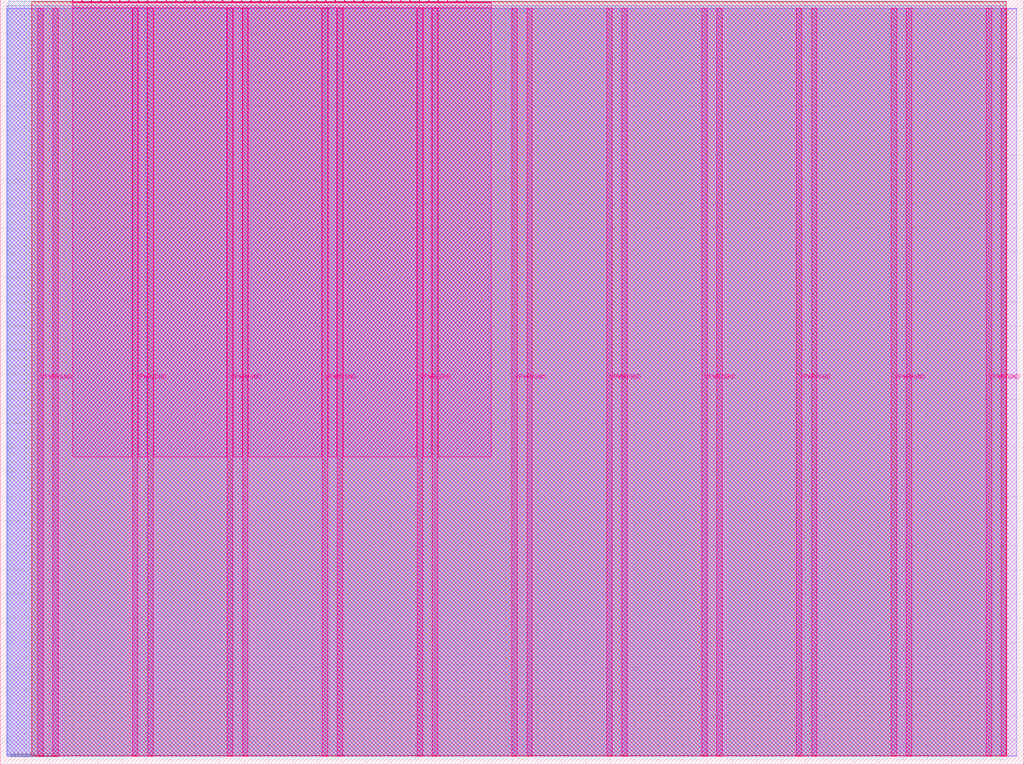
<source format=lef>
VERSION 5.7 ;
  NOWIREEXTENSIONATPIN ON ;
  DIVIDERCHAR "/" ;
  BUSBITCHARS "[]" ;
MACRO tt_um_jayjaywong12
  CLASS BLOCK ;
  FOREIGN tt_um_jayjaywong12 ;
  ORIGIN 0.000 0.000 ;
  SIZE 419.520 BY 313.740 ;
  PIN VGND
    DIRECTION INOUT ;
    USE GROUND ;
    PORT
      LAYER Metal5 ;
        RECT 21.580 3.560 23.780 310.180 ;
    END
    PORT
      LAYER Metal5 ;
        RECT 60.450 3.560 62.650 310.180 ;
    END
    PORT
      LAYER Metal5 ;
        RECT 99.320 3.560 101.520 310.180 ;
    END
    PORT
      LAYER Metal5 ;
        RECT 138.190 3.560 140.390 310.180 ;
    END
    PORT
      LAYER Metal5 ;
        RECT 177.060 3.560 179.260 310.180 ;
    END
    PORT
      LAYER Metal5 ;
        RECT 215.930 3.560 218.130 310.180 ;
    END
    PORT
      LAYER Metal5 ;
        RECT 254.800 3.560 257.000 310.180 ;
    END
    PORT
      LAYER Metal5 ;
        RECT 293.670 3.560 295.870 310.180 ;
    END
    PORT
      LAYER Metal5 ;
        RECT 332.540 3.560 334.740 310.180 ;
    END
    PORT
      LAYER Metal5 ;
        RECT 371.410 3.560 373.610 310.180 ;
    END
    PORT
      LAYER Metal5 ;
        RECT 410.280 3.560 412.480 310.180 ;
    END
  END VGND
  PIN VPWR
    DIRECTION INOUT ;
    USE POWER ;
    PORT
      LAYER Metal5 ;
        RECT 15.380 3.560 17.580 310.180 ;
    END
    PORT
      LAYER Metal5 ;
        RECT 54.250 3.560 56.450 310.180 ;
    END
    PORT
      LAYER Metal5 ;
        RECT 93.120 3.560 95.320 310.180 ;
    END
    PORT
      LAYER Metal5 ;
        RECT 131.990 3.560 134.190 310.180 ;
    END
    PORT
      LAYER Metal5 ;
        RECT 170.860 3.560 173.060 310.180 ;
    END
    PORT
      LAYER Metal5 ;
        RECT 209.730 3.560 211.930 310.180 ;
    END
    PORT
      LAYER Metal5 ;
        RECT 248.600 3.560 250.800 310.180 ;
    END
    PORT
      LAYER Metal5 ;
        RECT 287.470 3.560 289.670 310.180 ;
    END
    PORT
      LAYER Metal5 ;
        RECT 326.340 3.560 328.540 310.180 ;
    END
    PORT
      LAYER Metal5 ;
        RECT 365.210 3.560 367.410 310.180 ;
    END
    PORT
      LAYER Metal5 ;
        RECT 404.080 3.560 406.280 310.180 ;
    END
  END VPWR
  PIN clk
    DIRECTION INPUT ;
    USE SIGNAL ;
    ANTENNAGATEAREA 0.213200 ;
    PORT
      LAYER Metal5 ;
        RECT 187.050 312.740 187.350 313.740 ;
    END
  END clk
  PIN ena
    DIRECTION INPUT ;
    USE SIGNAL ;
    PORT
      LAYER Metal5 ;
        RECT 190.890 312.740 191.190 313.740 ;
    END
  END ena
  PIN rst_n
    DIRECTION INPUT ;
    USE SIGNAL ;
    ANTENNAGATEAREA 0.213200 ;
    PORT
      LAYER Metal5 ;
        RECT 183.210 312.740 183.510 313.740 ;
    END
  END rst_n
  PIN ui_in[0]
    DIRECTION INPUT ;
    USE SIGNAL ;
    ANTENNAGATEAREA 0.213200 ;
    PORT
      LAYER Metal5 ;
        RECT 179.370 312.740 179.670 313.740 ;
    END
  END ui_in[0]
  PIN ui_in[1]
    DIRECTION INPUT ;
    USE SIGNAL ;
    ANTENNAGATEAREA 0.213200 ;
    PORT
      LAYER Metal5 ;
        RECT 175.530 312.740 175.830 313.740 ;
    END
  END ui_in[1]
  PIN ui_in[2]
    DIRECTION INPUT ;
    USE SIGNAL ;
    ANTENNAGATEAREA 0.314600 ;
    PORT
      LAYER Metal5 ;
        RECT 171.690 312.740 171.990 313.740 ;
    END
  END ui_in[2]
  PIN ui_in[3]
    DIRECTION INPUT ;
    USE SIGNAL ;
    ANTENNAGATEAREA 0.842400 ;
    PORT
      LAYER Metal5 ;
        RECT 167.850 312.740 168.150 313.740 ;
    END
  END ui_in[3]
  PIN ui_in[4]
    DIRECTION INPUT ;
    USE SIGNAL ;
    ANTENNAGATEAREA 0.213200 ;
    PORT
      LAYER Metal5 ;
        RECT 164.010 312.740 164.310 313.740 ;
    END
  END ui_in[4]
  PIN ui_in[5]
    DIRECTION INPUT ;
    USE SIGNAL ;
    ANTENNAGATEAREA 0.213200 ;
    PORT
      LAYER Metal5 ;
        RECT 160.170 312.740 160.470 313.740 ;
    END
  END ui_in[5]
  PIN ui_in[6]
    DIRECTION INPUT ;
    USE SIGNAL ;
    ANTENNAGATEAREA 0.180700 ;
    PORT
      LAYER Metal5 ;
        RECT 156.330 312.740 156.630 313.740 ;
    END
  END ui_in[6]
  PIN ui_in[7]
    DIRECTION INPUT ;
    USE SIGNAL ;
    ANTENNAGATEAREA 0.180700 ;
    PORT
      LAYER Metal5 ;
        RECT 152.490 312.740 152.790 313.740 ;
    END
  END ui_in[7]
  PIN uio_in[0]
    DIRECTION INPUT ;
    USE SIGNAL ;
    ANTENNAGATEAREA 0.213200 ;
    PORT
      LAYER Metal5 ;
        RECT 148.650 312.740 148.950 313.740 ;
    END
  END uio_in[0]
  PIN uio_in[1]
    DIRECTION INPUT ;
    USE SIGNAL ;
    ANTENNAGATEAREA 0.213200 ;
    PORT
      LAYER Metal5 ;
        RECT 144.810 312.740 145.110 313.740 ;
    END
  END uio_in[1]
  PIN uio_in[2]
    DIRECTION INPUT ;
    USE SIGNAL ;
    ANTENNAGATEAREA 0.213200 ;
    PORT
      LAYER Metal5 ;
        RECT 140.970 312.740 141.270 313.740 ;
    END
  END uio_in[2]
  PIN uio_in[3]
    DIRECTION INPUT ;
    USE SIGNAL ;
    ANTENNAGATEAREA 0.213200 ;
    PORT
      LAYER Metal5 ;
        RECT 137.130 312.740 137.430 313.740 ;
    END
  END uio_in[3]
  PIN uio_in[4]
    DIRECTION INPUT ;
    USE SIGNAL ;
    PORT
      LAYER Metal5 ;
        RECT 133.290 312.740 133.590 313.740 ;
    END
  END uio_in[4]
  PIN uio_in[5]
    DIRECTION INPUT ;
    USE SIGNAL ;
    PORT
      LAYER Metal5 ;
        RECT 129.450 312.740 129.750 313.740 ;
    END
  END uio_in[5]
  PIN uio_in[6]
    DIRECTION INPUT ;
    USE SIGNAL ;
    PORT
      LAYER Metal5 ;
        RECT 125.610 312.740 125.910 313.740 ;
    END
  END uio_in[6]
  PIN uio_in[7]
    DIRECTION INPUT ;
    USE SIGNAL ;
    PORT
      LAYER Metal5 ;
        RECT 121.770 312.740 122.070 313.740 ;
    END
  END uio_in[7]
  PIN uio_oe[0]
    DIRECTION OUTPUT ;
    USE SIGNAL ;
    ANTENNADIFFAREA 0.654800 ;
    PORT
      LAYER Metal5 ;
        RECT 56.490 312.740 56.790 313.740 ;
    END
  END uio_oe[0]
  PIN uio_oe[1]
    DIRECTION OUTPUT ;
    USE SIGNAL ;
    ANTENNADIFFAREA 0.654800 ;
    PORT
      LAYER Metal5 ;
        RECT 52.650 312.740 52.950 313.740 ;
    END
  END uio_oe[1]
  PIN uio_oe[2]
    DIRECTION OUTPUT ;
    USE SIGNAL ;
    ANTENNADIFFAREA 0.654800 ;
    PORT
      LAYER Metal5 ;
        RECT 48.810 312.740 49.110 313.740 ;
    END
  END uio_oe[2]
  PIN uio_oe[3]
    DIRECTION OUTPUT ;
    USE SIGNAL ;
    ANTENNADIFFAREA 0.654800 ;
    PORT
      LAYER Metal5 ;
        RECT 44.970 312.740 45.270 313.740 ;
    END
  END uio_oe[3]
  PIN uio_oe[4]
    DIRECTION OUTPUT ;
    USE SIGNAL ;
    ANTENNADIFFAREA 0.392700 ;
    PORT
      LAYER Metal5 ;
        RECT 41.130 312.740 41.430 313.740 ;
    END
  END uio_oe[4]
  PIN uio_oe[5]
    DIRECTION OUTPUT ;
    USE SIGNAL ;
    ANTENNADIFFAREA 0.392700 ;
    PORT
      LAYER Metal5 ;
        RECT 37.290 312.740 37.590 313.740 ;
    END
  END uio_oe[5]
  PIN uio_oe[6]
    DIRECTION OUTPUT ;
    USE SIGNAL ;
    ANTENNADIFFAREA 0.299200 ;
    PORT
      LAYER Metal5 ;
        RECT 33.450 312.740 33.750 313.740 ;
    END
  END uio_oe[6]
  PIN uio_oe[7]
    DIRECTION OUTPUT ;
    USE SIGNAL ;
    ANTENNADIFFAREA 0.299200 ;
    PORT
      LAYER Metal5 ;
        RECT 29.610 312.740 29.910 313.740 ;
    END
  END uio_oe[7]
  PIN uio_out[0]
    DIRECTION OUTPUT ;
    USE SIGNAL ;
    ANTENNADIFFAREA 0.677200 ;
    PORT
      LAYER Metal5 ;
        RECT 87.210 312.740 87.510 313.740 ;
    END
  END uio_out[0]
  PIN uio_out[1]
    DIRECTION OUTPUT ;
    USE SIGNAL ;
    ANTENNADIFFAREA 0.677200 ;
    PORT
      LAYER Metal5 ;
        RECT 83.370 312.740 83.670 313.740 ;
    END
  END uio_out[1]
  PIN uio_out[2]
    DIRECTION OUTPUT ;
    USE SIGNAL ;
    ANTENNADIFFAREA 0.677200 ;
    PORT
      LAYER Metal5 ;
        RECT 79.530 312.740 79.830 313.740 ;
    END
  END uio_out[2]
  PIN uio_out[3]
    DIRECTION OUTPUT ;
    USE SIGNAL ;
    ANTENNADIFFAREA 0.677200 ;
    PORT
      LAYER Metal5 ;
        RECT 75.690 312.740 75.990 313.740 ;
    END
  END uio_out[3]
  PIN uio_out[4]
    DIRECTION OUTPUT ;
    USE SIGNAL ;
    ANTENNAGATEAREA 0.724100 ;
    ANTENNADIFFAREA 0.632400 ;
    PORT
      LAYER Metal5 ;
        RECT 71.850 312.740 72.150 313.740 ;
    END
  END uio_out[4]
  PIN uio_out[5]
    DIRECTION OUTPUT ;
    USE SIGNAL ;
    ANTENNAGATEAREA 1.306000 ;
    ANTENNADIFFAREA 0.632400 ;
    PORT
      LAYER Metal5 ;
        RECT 68.010 312.740 68.310 313.740 ;
    END
  END uio_out[5]
  PIN uio_out[6]
    DIRECTION OUTPUT ;
    USE SIGNAL ;
    ANTENNADIFFAREA 0.299200 ;
    PORT
      LAYER Metal5 ;
        RECT 64.170 312.740 64.470 313.740 ;
    END
  END uio_out[6]
  PIN uio_out[7]
    DIRECTION OUTPUT ;
    USE SIGNAL ;
    ANTENNADIFFAREA 0.299200 ;
    PORT
      LAYER Metal5 ;
        RECT 60.330 312.740 60.630 313.740 ;
    END
  END uio_out[7]
  PIN uo_out[0]
    DIRECTION OUTPUT ;
    USE SIGNAL ;
    ANTENNAGATEAREA 0.351000 ;
    ANTENNADIFFAREA 0.632400 ;
    PORT
      LAYER Metal5 ;
        RECT 117.930 312.740 118.230 313.740 ;
    END
  END uo_out[0]
  PIN uo_out[1]
    DIRECTION OUTPUT ;
    USE SIGNAL ;
    ANTENNAGATEAREA 0.351000 ;
    ANTENNADIFFAREA 0.632400 ;
    PORT
      LAYER Metal5 ;
        RECT 114.090 312.740 114.390 313.740 ;
    END
  END uo_out[1]
  PIN uo_out[2]
    DIRECTION OUTPUT ;
    USE SIGNAL ;
    ANTENNAGATEAREA 0.351000 ;
    ANTENNADIFFAREA 0.632400 ;
    PORT
      LAYER Metal5 ;
        RECT 110.250 312.740 110.550 313.740 ;
    END
  END uo_out[2]
  PIN uo_out[3]
    DIRECTION OUTPUT ;
    USE SIGNAL ;
    ANTENNAGATEAREA 0.351000 ;
    ANTENNADIFFAREA 0.632400 ;
    PORT
      LAYER Metal5 ;
        RECT 106.410 312.740 106.710 313.740 ;
    END
  END uo_out[3]
  PIN uo_out[4]
    DIRECTION OUTPUT ;
    USE SIGNAL ;
    ANTENNAGATEAREA 0.109200 ;
    ANTENNADIFFAREA 0.632400 ;
    PORT
      LAYER Metal5 ;
        RECT 102.570 312.740 102.870 313.740 ;
    END
  END uo_out[4]
  PIN uo_out[5]
    DIRECTION OUTPUT ;
    USE SIGNAL ;
    ANTENNAGATEAREA 0.109200 ;
    ANTENNADIFFAREA 0.632400 ;
    PORT
      LAYER Metal5 ;
        RECT 98.730 312.740 99.030 313.740 ;
    END
  END uo_out[5]
  PIN uo_out[6]
    DIRECTION OUTPUT ;
    USE SIGNAL ;
    ANTENNAGATEAREA 0.592800 ;
    ANTENNADIFFAREA 0.632400 ;
    PORT
      LAYER Metal5 ;
        RECT 94.890 312.740 95.190 313.740 ;
    END
  END uo_out[6]
  PIN uo_out[7]
    DIRECTION OUTPUT ;
    USE SIGNAL ;
    ANTENNAGATEAREA 0.592800 ;
    ANTENNADIFFAREA 0.632400 ;
    PORT
      LAYER Metal5 ;
        RECT 91.050 312.740 91.350 313.740 ;
    END
  END uo_out[7]
  OBS
      LAYER GatPoly ;
        RECT 2.880 3.630 416.640 310.110 ;
      LAYER Metal1 ;
        RECT 2.880 3.560 416.640 310.180 ;
      LAYER Metal2 ;
        RECT 2.605 3.680 412.345 311.320 ;
      LAYER Metal3 ;
        RECT 3.260 3.635 412.300 313.045 ;
      LAYER Metal4 ;
        RECT 12.815 3.680 412.345 313.000 ;
      LAYER Metal5 ;
        RECT 30.120 312.530 33.240 312.740 ;
        RECT 33.960 312.530 37.080 312.740 ;
        RECT 37.800 312.530 40.920 312.740 ;
        RECT 41.640 312.530 44.760 312.740 ;
        RECT 45.480 312.530 48.600 312.740 ;
        RECT 49.320 312.530 52.440 312.740 ;
        RECT 53.160 312.530 56.280 312.740 ;
        RECT 57.000 312.530 60.120 312.740 ;
        RECT 60.840 312.530 63.960 312.740 ;
        RECT 64.680 312.530 67.800 312.740 ;
        RECT 68.520 312.530 71.640 312.740 ;
        RECT 72.360 312.530 75.480 312.740 ;
        RECT 76.200 312.530 79.320 312.740 ;
        RECT 80.040 312.530 83.160 312.740 ;
        RECT 83.880 312.530 87.000 312.740 ;
        RECT 87.720 312.530 90.840 312.740 ;
        RECT 91.560 312.530 94.680 312.740 ;
        RECT 95.400 312.530 98.520 312.740 ;
        RECT 99.240 312.530 102.360 312.740 ;
        RECT 103.080 312.530 106.200 312.740 ;
        RECT 106.920 312.530 110.040 312.740 ;
        RECT 110.760 312.530 113.880 312.740 ;
        RECT 114.600 312.530 117.720 312.740 ;
        RECT 118.440 312.530 121.560 312.740 ;
        RECT 122.280 312.530 125.400 312.740 ;
        RECT 126.120 312.530 129.240 312.740 ;
        RECT 129.960 312.530 133.080 312.740 ;
        RECT 133.800 312.530 136.920 312.740 ;
        RECT 137.640 312.530 140.760 312.740 ;
        RECT 141.480 312.530 144.600 312.740 ;
        RECT 145.320 312.530 148.440 312.740 ;
        RECT 149.160 312.530 152.280 312.740 ;
        RECT 153.000 312.530 156.120 312.740 ;
        RECT 156.840 312.530 159.960 312.740 ;
        RECT 160.680 312.530 163.800 312.740 ;
        RECT 164.520 312.530 167.640 312.740 ;
        RECT 168.360 312.530 171.480 312.740 ;
        RECT 172.200 312.530 175.320 312.740 ;
        RECT 176.040 312.530 179.160 312.740 ;
        RECT 179.880 312.530 183.000 312.740 ;
        RECT 183.720 312.530 186.840 312.740 ;
        RECT 187.560 312.530 190.680 312.740 ;
        RECT 191.400 312.530 201.220 312.740 ;
        RECT 29.660 310.390 201.220 312.530 ;
        RECT 29.660 126.275 54.040 310.390 ;
        RECT 56.660 126.275 60.240 310.390 ;
        RECT 62.860 126.275 92.910 310.390 ;
        RECT 95.530 126.275 99.110 310.390 ;
        RECT 101.730 126.275 131.780 310.390 ;
        RECT 134.400 126.275 137.980 310.390 ;
        RECT 140.600 126.275 170.650 310.390 ;
        RECT 173.270 126.275 176.850 310.390 ;
        RECT 179.470 126.275 201.220 310.390 ;
  END
END tt_um_jayjaywong12
END LIBRARY


</source>
